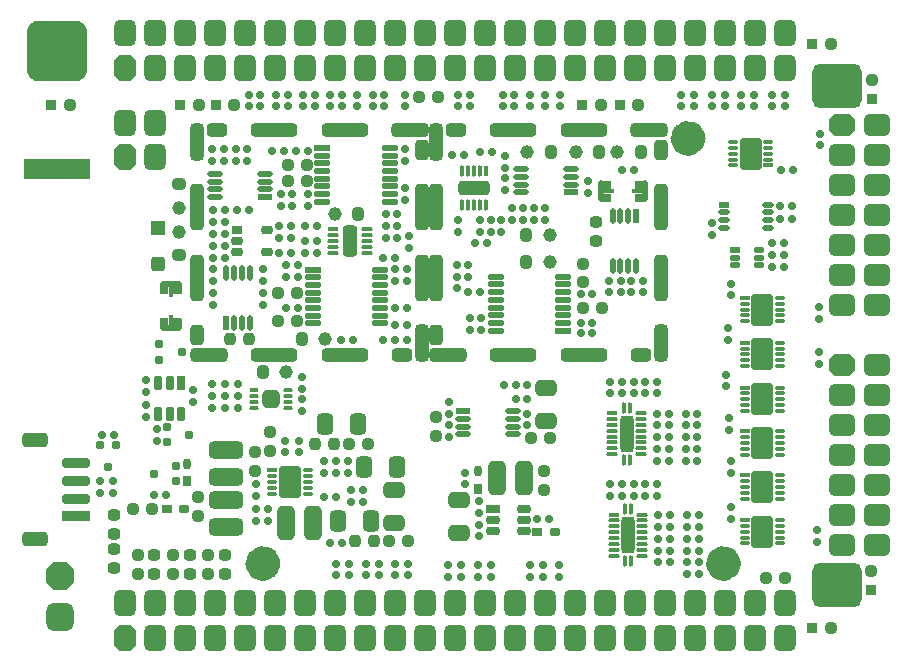
<source format=gbr>
%TF.GenerationSoftware,Altium Limited,Altium Designer,20.2.6 (244)*%
G04 Layer_Color=8388736*
%FSLAX45Y45*%
%MOMM*%
%TF.SameCoordinates,1A285BE7-DF3D-4214-9C7A-F78C9B27F18F*%
%TF.FilePolarity,Negative*%
%TF.FileFunction,Soldermask,Top*%
%TF.Part,Single*%
G01*
G75*
%TA.AperFunction,NonConductor*%
%ADD160R,5.70000X1.80000*%
%TA.AperFunction,ComponentPad*%
G04:AMPARAMS|DCode=161|XSize=1.85mm|YSize=2.25mm|CornerRadius=0.5mm|HoleSize=0mm|Usage=FLASHONLY|Rotation=0.000|XOffset=0mm|YOffset=0mm|HoleType=Round|Shape=RoundedRectangle|*
%AMROUNDEDRECTD161*
21,1,1.85000,1.25001,0,0,0.0*
21,1,0.85000,2.25000,0,0,0.0*
1,1,1.00000,0.42500,-0.62500*
1,1,1.00000,-0.42500,-0.62500*
1,1,1.00000,-0.42500,0.62500*
1,1,1.00000,0.42500,0.62500*
%
%ADD161ROUNDEDRECTD161*%
G04:AMPARAMS|DCode=162|XSize=1.85mm|YSize=2.25mm|CornerRadius=0mm|HoleSize=0mm|Usage=FLASHONLY|Rotation=0.000|XOffset=0mm|YOffset=0mm|HoleType=Round|Shape=Octagon|*
%AMOCTAGOND162*
4,1,8,-0.46250,1.12500,0.46250,1.12500,0.92500,0.66250,0.92500,-0.66250,0.46250,-1.12500,-0.46250,-1.12500,-0.92500,-0.66250,-0.92500,0.66250,-0.46250,1.12500,0.0*
%
%ADD162OCTAGOND162*%

G04:AMPARAMS|DCode=163|XSize=1.85mm|YSize=2.25mm|CornerRadius=0.5mm|HoleSize=0mm|Usage=FLASHONLY|Rotation=270.000|XOffset=0mm|YOffset=0mm|HoleType=Round|Shape=RoundedRectangle|*
%AMROUNDEDRECTD163*
21,1,1.85000,1.25001,0,0,270.0*
21,1,0.85000,2.25000,0,0,270.0*
1,1,1.00000,-0.62500,-0.42500*
1,1,1.00000,-0.62500,0.42500*
1,1,1.00000,0.62500,0.42500*
1,1,1.00000,0.62500,-0.42500*
%
%ADD163ROUNDEDRECTD163*%
G04:AMPARAMS|DCode=164|XSize=1.85mm|YSize=2.25mm|CornerRadius=0mm|HoleSize=0mm|Usage=FLASHONLY|Rotation=270.000|XOffset=0mm|YOffset=0mm|HoleType=Round|Shape=Octagon|*
%AMOCTAGOND164*
4,1,8,1.12500,0.46250,1.12500,-0.46250,0.66250,-0.92500,-0.66250,-0.92500,-1.12500,-0.46250,-1.12500,0.46250,-0.66250,0.92500,0.66250,0.92500,1.12500,0.46250,0.0*
%
%ADD164OCTAGOND164*%

G04:AMPARAMS|DCode=165|XSize=4.15mm|YSize=3.75mm|CornerRadius=0.615mm|HoleSize=0mm|Usage=FLASHONLY|Rotation=0.000|XOffset=0mm|YOffset=0mm|HoleType=Round|Shape=RoundedRectangle|*
%AMROUNDEDRECTD165*
21,1,4.15000,2.52000,0,0,0.0*
21,1,2.92000,3.75000,0,0,0.0*
1,1,1.23000,1.46000,-1.26000*
1,1,1.23000,-1.46000,-1.26000*
1,1,1.23000,-1.46000,1.26000*
1,1,1.23000,1.46000,1.26000*
%
%ADD165ROUNDEDRECTD165*%
G04:AMPARAMS|DCode=166|XSize=5.15mm|YSize=5.15mm|CornerRadius=1.075mm|HoleSize=0mm|Usage=FLASHONLY|Rotation=0.000|XOffset=0mm|YOffset=0mm|HoleType=Round|Shape=RoundedRectangle|*
%AMROUNDEDRECTD166*
21,1,5.15000,3.00000,0,0,0.0*
21,1,3.00000,5.15000,0,0,0.0*
1,1,2.15000,1.50000,-1.50000*
1,1,2.15000,-1.50000,-1.50000*
1,1,2.15000,-1.50000,1.50000*
1,1,2.15000,1.50000,1.50000*
%
%ADD166ROUNDEDRECTD166*%
G04:AMPARAMS|DCode=167|XSize=2.35mm|YSize=2.35mm|CornerRadius=0mm|HoleSize=0mm|Usage=FLASHONLY|Rotation=270.000|XOffset=0mm|YOffset=0mm|HoleType=Round|Shape=Octagon|*
%AMOCTAGOND167*
4,1,8,-0.58750,-1.17500,0.58750,-1.17500,1.17500,-0.58750,1.17500,0.58750,0.58750,1.17500,-0.58750,1.17500,-1.17500,0.58750,-1.17500,-0.58750,-0.58750,-1.17500,0.0*
%
%ADD167OCTAGOND167*%

G04:AMPARAMS|DCode=168|XSize=2.35mm|YSize=2.35mm|CornerRadius=0.625mm|HoleSize=0mm|Usage=FLASHONLY|Rotation=270.000|XOffset=0mm|YOffset=0mm|HoleType=Round|Shape=RoundedRectangle|*
%AMROUNDEDRECTD168*
21,1,2.35000,1.10000,0,0,270.0*
21,1,1.10000,2.35000,0,0,270.0*
1,1,1.25001,-0.55000,-0.55000*
1,1,1.25001,-0.55000,0.55000*
1,1,1.25001,0.55000,0.55000*
1,1,1.25001,0.55000,-0.55000*
%
%ADD168ROUNDEDRECTD168*%
%TA.AperFunction,NonConductor*%
%ADD203C,2.40000*%
%TA.AperFunction,SMDPad,CuDef*%
G04:AMPARAMS|DCode=204|XSize=0.75mm|YSize=1.15mm|CornerRadius=0.225mm|HoleSize=0mm|Usage=FLASHONLY|Rotation=90.000|XOffset=0mm|YOffset=0mm|HoleType=Round|Shape=RoundedRectangle|*
%AMROUNDEDRECTD204*
21,1,0.75000,0.70000,0,0,90.0*
21,1,0.30000,1.15000,0,0,90.0*
1,1,0.45000,0.35000,0.15000*
1,1,0.45000,0.35000,-0.15000*
1,1,0.45000,-0.35000,-0.15000*
1,1,0.45000,-0.35000,0.15000*
%
%ADD204ROUNDEDRECTD204*%
%ADD205R,1.15000X0.75000*%
G04:AMPARAMS|DCode=206|XSize=0.53mm|YSize=1.3mm|CornerRadius=0.17mm|HoleSize=0mm|Usage=FLASHONLY|Rotation=90.000|XOffset=0mm|YOffset=0mm|HoleType=Round|Shape=RoundedRectangle|*
%AMROUNDEDRECTD206*
21,1,0.53000,0.96000,0,0,90.0*
21,1,0.19000,1.30000,0,0,90.0*
1,1,0.34000,0.48000,0.09500*
1,1,0.34000,0.48000,-0.09500*
1,1,0.34000,-0.48000,-0.09500*
1,1,0.34000,-0.48000,0.09500*
%
%ADD206ROUNDEDRECTD206*%
%ADD207R,1.30000X0.53000*%
G04:AMPARAMS|DCode=208|XSize=0.53mm|YSize=1.35mm|CornerRadius=0.17mm|HoleSize=0mm|Usage=FLASHONLY|Rotation=90.000|XOffset=0mm|YOffset=0mm|HoleType=Round|Shape=RoundedRectangle|*
%AMROUNDEDRECTD208*
21,1,0.53000,1.01000,0,0,90.0*
21,1,0.19000,1.35000,0,0,90.0*
1,1,0.34000,0.50500,0.09500*
1,1,0.34000,0.50500,-0.09500*
1,1,0.34000,-0.50500,-0.09500*
1,1,0.34000,-0.50500,0.09500*
%
%ADD208ROUNDEDRECTD208*%
%ADD209R,1.35000X0.53000*%
%ADD210R,0.80000X0.40000*%
G04:AMPARAMS|DCode=211|XSize=0.4mm|YSize=0.8mm|CornerRadius=0.1375mm|HoleSize=0mm|Usage=FLASHONLY|Rotation=90.000|XOffset=0mm|YOffset=0mm|HoleType=Round|Shape=RoundedRectangle|*
%AMROUNDEDRECTD211*
21,1,0.40000,0.52500,0,0,90.0*
21,1,0.12500,0.80000,0,0,90.0*
1,1,0.27500,0.26250,0.06250*
1,1,0.27500,0.26250,-0.06250*
1,1,0.27500,-0.26250,-0.06250*
1,1,0.27500,-0.26250,0.06250*
%
%ADD211ROUNDEDRECTD211*%
G04:AMPARAMS|DCode=212|XSize=1.55mm|YSize=1.45mm|CornerRadius=0.4mm|HoleSize=0mm|Usage=FLASHONLY|Rotation=90.000|XOffset=0mm|YOffset=0mm|HoleType=Round|Shape=RoundedRectangle|*
%AMROUNDEDRECTD212*
21,1,1.55000,0.65000,0,0,90.0*
21,1,0.75000,1.45000,0,0,90.0*
1,1,0.80000,0.32500,0.37500*
1,1,0.80000,0.32500,-0.37500*
1,1,0.80000,-0.32500,-0.37500*
1,1,0.80000,-0.32500,0.37500*
%
%ADD212ROUNDEDRECTD212*%
G04:AMPARAMS|DCode=213|XSize=2.7mm|YSize=1.25mm|CornerRadius=0.35mm|HoleSize=0mm|Usage=FLASHONLY|Rotation=90.000|XOffset=0mm|YOffset=0mm|HoleType=Round|Shape=RoundedRectangle|*
%AMROUNDEDRECTD213*
21,1,2.70000,0.55000,0,0,90.0*
21,1,2.00000,1.25000,0,0,90.0*
1,1,0.70000,0.27500,1.00000*
1,1,0.70000,0.27500,-1.00000*
1,1,0.70000,-0.27500,-1.00000*
1,1,0.70000,-0.27500,1.00000*
%
%ADD213ROUNDEDRECTD213*%
G04:AMPARAMS|DCode=214|XSize=0.4mm|YSize=0.95mm|CornerRadius=0.1375mm|HoleSize=0mm|Usage=FLASHONLY|Rotation=90.000|XOffset=0mm|YOffset=0mm|HoleType=Round|Shape=RoundedRectangle|*
%AMROUNDEDRECTD214*
21,1,0.40000,0.67500,0,0,90.0*
21,1,0.12500,0.95000,0,0,90.0*
1,1,0.27500,0.33750,0.06250*
1,1,0.27500,0.33750,-0.06250*
1,1,0.27500,-0.33750,-0.06250*
1,1,0.27500,-0.33750,0.06250*
%
%ADD214ROUNDEDRECTD214*%
%ADD215R,0.95000X0.40000*%
G04:AMPARAMS|DCode=216|XSize=0.75mm|YSize=1.15mm|CornerRadius=0.225mm|HoleSize=0mm|Usage=FLASHONLY|Rotation=0.000|XOffset=0mm|YOffset=0mm|HoleType=Round|Shape=RoundedRectangle|*
%AMROUNDEDRECTD216*
21,1,0.75000,0.70000,0,0,0.0*
21,1,0.30000,1.15000,0,0,0.0*
1,1,0.45000,0.15000,-0.35000*
1,1,0.45000,-0.15000,-0.35000*
1,1,0.45000,-0.15000,0.35000*
1,1,0.45000,0.15000,0.35000*
%
%ADD216ROUNDEDRECTD216*%
%ADD217R,0.75000X1.15000*%
G04:AMPARAMS|DCode=218|XSize=0.75mm|YSize=0.95mm|CornerRadius=0.225mm|HoleSize=0mm|Usage=FLASHONLY|Rotation=90.000|XOffset=0mm|YOffset=0mm|HoleType=Round|Shape=RoundedRectangle|*
%AMROUNDEDRECTD218*
21,1,0.75000,0.50000,0,0,90.0*
21,1,0.30000,0.95000,0,0,90.0*
1,1,0.45000,0.25000,0.15000*
1,1,0.45000,0.25000,-0.15000*
1,1,0.45000,-0.25000,-0.15000*
1,1,0.45000,-0.25000,0.15000*
%
%ADD218ROUNDEDRECTD218*%
%ADD219R,0.95000X0.75000*%
G04:AMPARAMS|DCode=220|XSize=0.53mm|YSize=1.3mm|CornerRadius=0.17mm|HoleSize=0mm|Usage=FLASHONLY|Rotation=180.000|XOffset=0mm|YOffset=0mm|HoleType=Round|Shape=RoundedRectangle|*
%AMROUNDEDRECTD220*
21,1,0.53000,0.96000,0,0,180.0*
21,1,0.19000,1.30000,0,0,180.0*
1,1,0.34000,-0.09500,0.48000*
1,1,0.34000,0.09500,0.48000*
1,1,0.34000,0.09500,-0.48000*
1,1,0.34000,-0.09500,-0.48000*
%
%ADD220ROUNDEDRECTD220*%
%ADD221R,0.53000X1.30000*%
G04:AMPARAMS|DCode=222|XSize=0.4mm|YSize=0.85mm|CornerRadius=0.1375mm|HoleSize=0mm|Usage=FLASHONLY|Rotation=90.000|XOffset=0mm|YOffset=0mm|HoleType=Round|Shape=RoundedRectangle|*
%AMROUNDEDRECTD222*
21,1,0.40000,0.57500,0,0,90.0*
21,1,0.12500,0.85000,0,0,90.0*
1,1,0.27500,0.28750,0.06250*
1,1,0.27500,0.28750,-0.06250*
1,1,0.27500,-0.28750,-0.06250*
1,1,0.27500,-0.28750,0.06250*
%
%ADD222ROUNDEDRECTD222*%
%ADD223R,0.85000X0.40000*%
G04:AMPARAMS|DCode=224|XSize=2.65mm|YSize=1.87mm|CornerRadius=0.247mm|HoleSize=0mm|Usage=FLASHONLY|Rotation=90.000|XOffset=0mm|YOffset=0mm|HoleType=Round|Shape=RoundedRectangle|*
%AMROUNDEDRECTD224*
21,1,2.65000,1.37600,0,0,90.0*
21,1,2.15600,1.87000,0,0,90.0*
1,1,0.49400,0.68800,1.07800*
1,1,0.49400,0.68800,-1.07800*
1,1,0.49400,-0.68800,-1.07800*
1,1,0.49400,-0.68800,1.07800*
%
%ADD224ROUNDEDRECTD224*%
%ADD225R,0.95000X0.52000*%
G04:AMPARAMS|DCode=226|XSize=0.52mm|YSize=0.95mm|CornerRadius=0.1675mm|HoleSize=0mm|Usage=FLASHONLY|Rotation=90.000|XOffset=0mm|YOffset=0mm|HoleType=Round|Shape=RoundedRectangle|*
%AMROUNDEDRECTD226*
21,1,0.52000,0.61500,0,0,90.0*
21,1,0.18500,0.95000,0,0,90.0*
1,1,0.33500,0.30750,0.09250*
1,1,0.33500,0.30750,-0.09250*
1,1,0.33500,-0.30750,-0.09250*
1,1,0.33500,-0.30750,0.09250*
%
%ADD226ROUNDEDRECTD226*%
G04:AMPARAMS|DCode=227|XSize=0.53mm|YSize=0.85mm|CornerRadius=0.17mm|HoleSize=0mm|Usage=FLASHONLY|Rotation=90.000|XOffset=0mm|YOffset=0mm|HoleType=Round|Shape=RoundedRectangle|*
%AMROUNDEDRECTD227*
21,1,0.53000,0.51000,0,0,90.0*
21,1,0.19000,0.85000,0,0,90.0*
1,1,0.34000,0.25500,0.09500*
1,1,0.34000,0.25500,-0.09500*
1,1,0.34000,-0.25500,-0.09500*
1,1,0.34000,-0.25500,0.09500*
%
%ADD227ROUNDEDRECTD227*%
%ADD228R,0.85000X0.53000*%
G04:AMPARAMS|DCode=229|XSize=0.4mm|YSize=0.95mm|CornerRadius=0.1375mm|HoleSize=0mm|Usage=FLASHONLY|Rotation=0.000|XOffset=0mm|YOffset=0mm|HoleType=Round|Shape=RoundedRectangle|*
%AMROUNDEDRECTD229*
21,1,0.40000,0.67500,0,0,0.0*
21,1,0.12500,0.95000,0,0,0.0*
1,1,0.27500,0.06250,-0.33750*
1,1,0.27500,-0.06250,-0.33750*
1,1,0.27500,-0.06250,0.33750*
1,1,0.27500,0.06250,0.33750*
%
%ADD229ROUNDEDRECTD229*%
G04:AMPARAMS|DCode=230|XSize=1.15mm|YSize=3.13mm|CornerRadius=0.325mm|HoleSize=0mm|Usage=FLASHONLY|Rotation=0.000|XOffset=0mm|YOffset=0mm|HoleType=Round|Shape=RoundedRectangle|*
%AMROUNDEDRECTD230*
21,1,1.15000,2.48000,0,0,0.0*
21,1,0.50000,3.13000,0,0,0.0*
1,1,0.65000,0.25000,-1.24000*
1,1,0.65000,-0.25000,-1.24000*
1,1,0.65000,-0.25000,1.24000*
1,1,0.65000,0.25000,1.24000*
%
%ADD230ROUNDEDRECTD230*%
G04:AMPARAMS|DCode=231|XSize=2.7mm|YSize=1.25mm|CornerRadius=0.35mm|HoleSize=0mm|Usage=FLASHONLY|Rotation=0.000|XOffset=0mm|YOffset=0mm|HoleType=Round|Shape=RoundedRectangle|*
%AMROUNDEDRECTD231*
21,1,2.70000,0.55000,0,0,0.0*
21,1,2.00000,1.25000,0,0,0.0*
1,1,0.70000,1.00000,-0.27500*
1,1,0.70000,-1.00000,-0.27500*
1,1,0.70000,-1.00000,0.27500*
1,1,0.70000,1.00000,0.27500*
%
%ADD231ROUNDEDRECTD231*%
%ADD232R,0.40000X0.95000*%
G04:AMPARAMS|DCode=233|XSize=0.95mm|YSize=1.15mm|CornerRadius=0.275mm|HoleSize=0mm|Usage=FLASHONLY|Rotation=180.000|XOffset=0mm|YOffset=0mm|HoleType=Round|Shape=RoundedRectangle|*
%AMROUNDEDRECTD233*
21,1,0.95000,0.60000,0,0,180.0*
21,1,0.40000,1.15000,0,0,180.0*
1,1,0.55000,-0.20000,0.30000*
1,1,0.55000,0.20000,0.30000*
1,1,0.55000,0.20000,-0.30000*
1,1,0.55000,-0.20000,-0.30000*
%
%ADD233ROUNDEDRECTD233*%
%ADD234C,1.15000*%
G04:AMPARAMS|DCode=235|XSize=0.95mm|YSize=1.15mm|CornerRadius=0.275mm|HoleSize=0mm|Usage=FLASHONLY|Rotation=90.000|XOffset=0mm|YOffset=0mm|HoleType=Round|Shape=RoundedRectangle|*
%AMROUNDEDRECTD235*
21,1,0.95000,0.60000,0,0,90.0*
21,1,0.40000,1.15000,0,0,90.0*
1,1,0.55000,0.30000,0.20000*
1,1,0.55000,0.30000,-0.20000*
1,1,0.55000,-0.30000,-0.20000*
1,1,0.55000,-0.30000,0.20000*
%
%ADD235ROUNDEDRECTD235*%
G04:AMPARAMS|DCode=236|XSize=0.65mm|YSize=0.75mm|CornerRadius=0.2mm|HoleSize=0mm|Usage=FLASHONLY|Rotation=270.000|XOffset=0mm|YOffset=0mm|HoleType=Round|Shape=RoundedRectangle|*
%AMROUNDEDRECTD236*
21,1,0.65000,0.35000,0,0,270.0*
21,1,0.25000,0.75000,0,0,270.0*
1,1,0.40000,-0.17500,-0.12500*
1,1,0.40000,-0.17500,0.12500*
1,1,0.40000,0.17500,0.12500*
1,1,0.40000,0.17500,-0.12500*
%
%ADD236ROUNDEDRECTD236*%
G04:AMPARAMS|DCode=237|XSize=0.65mm|YSize=0.75mm|CornerRadius=0.2mm|HoleSize=0mm|Usage=FLASHONLY|Rotation=0.000|XOffset=0mm|YOffset=0mm|HoleType=Round|Shape=RoundedRectangle|*
%AMROUNDEDRECTD237*
21,1,0.65000,0.35000,0,0,0.0*
21,1,0.25000,0.75000,0,0,0.0*
1,1,0.40000,0.12500,-0.17500*
1,1,0.40000,-0.12500,-0.17500*
1,1,0.40000,-0.12500,0.17500*
1,1,0.40000,0.12500,0.17500*
%
%ADD237ROUNDEDRECTD237*%
G04:AMPARAMS|DCode=238|XSize=0.65mm|YSize=0.65mm|CornerRadius=0.2mm|HoleSize=0mm|Usage=FLASHONLY|Rotation=180.000|XOffset=0mm|YOffset=0mm|HoleType=Round|Shape=RoundedRectangle|*
%AMROUNDEDRECTD238*
21,1,0.65000,0.25000,0,0,180.0*
21,1,0.25000,0.65000,0,0,180.0*
1,1,0.40000,-0.12500,0.12500*
1,1,0.40000,0.12500,0.12500*
1,1,0.40000,0.12500,-0.12500*
1,1,0.40000,-0.12500,-0.12500*
%
%ADD238ROUNDEDRECTD238*%
G04:AMPARAMS|DCode=239|XSize=0.65mm|YSize=0.65mm|CornerRadius=0.2mm|HoleSize=0mm|Usage=FLASHONLY|Rotation=90.000|XOffset=0mm|YOffset=0mm|HoleType=Round|Shape=RoundedRectangle|*
%AMROUNDEDRECTD239*
21,1,0.65000,0.25000,0,0,90.0*
21,1,0.25000,0.65000,0,0,90.0*
1,1,0.40000,0.12500,0.12500*
1,1,0.40000,0.12500,-0.12500*
1,1,0.40000,-0.12500,-0.12500*
1,1,0.40000,-0.12500,0.12500*
%
%ADD239ROUNDEDRECTD239*%
G04:AMPARAMS|DCode=240|XSize=1.05mm|YSize=0.95mm|CornerRadius=0.275mm|HoleSize=0mm|Usage=FLASHONLY|Rotation=270.000|XOffset=0mm|YOffset=0mm|HoleType=Round|Shape=RoundedRectangle|*
%AMROUNDEDRECTD240*
21,1,1.05000,0.40000,0,0,270.0*
21,1,0.50000,0.95000,0,0,270.0*
1,1,0.55000,-0.20000,-0.25000*
1,1,0.55000,-0.20000,0.25000*
1,1,0.55000,0.20000,0.25000*
1,1,0.55000,0.20000,-0.25000*
%
%ADD240ROUNDEDRECTD240*%
G04:AMPARAMS|DCode=241|XSize=1.05mm|YSize=0.95mm|CornerRadius=0.275mm|HoleSize=0mm|Usage=FLASHONLY|Rotation=0.000|XOffset=0mm|YOffset=0mm|HoleType=Round|Shape=RoundedRectangle|*
%AMROUNDEDRECTD241*
21,1,1.05000,0.40000,0,0,0.0*
21,1,0.50000,0.95000,0,0,0.0*
1,1,0.55000,0.25000,-0.20000*
1,1,0.55000,-0.25000,-0.20000*
1,1,0.55000,-0.25000,0.20000*
1,1,0.55000,0.25000,0.20000*
%
%ADD241ROUNDEDRECTD241*%
%ADD242O,1.85000X0.45000*%
%ADD243R,0.39000X0.85000*%
%ADD244O,0.45000X1.85000*%
%ADD245R,0.85000X0.39000*%
%ADD246R,2.35000X0.85000*%
G04:AMPARAMS|DCode=247|XSize=2.35mm|YSize=0.85mm|CornerRadius=0.25mm|HoleSize=0mm|Usage=FLASHONLY|Rotation=180.000|XOffset=0mm|YOffset=0mm|HoleType=Round|Shape=RoundedRectangle|*
%AMROUNDEDRECTD247*
21,1,2.35000,0.35000,0,0,180.0*
21,1,1.85000,0.85000,0,0,180.0*
1,1,0.50000,-0.92500,0.17500*
1,1,0.50000,0.92500,0.17500*
1,1,0.50000,0.92500,-0.17500*
1,1,0.50000,-0.92500,-0.17500*
%
%ADD247ROUNDEDRECTD247*%
G04:AMPARAMS|DCode=248|XSize=2.15mm|YSize=1.25mm|CornerRadius=0.35mm|HoleSize=0mm|Usage=FLASHONLY|Rotation=180.000|XOffset=0mm|YOffset=0mm|HoleType=Round|Shape=RoundedRectangle|*
%AMROUNDEDRECTD248*
21,1,2.15000,0.55000,0,0,180.0*
21,1,1.45000,1.25000,0,0,180.0*
1,1,0.70000,-0.72500,0.27500*
1,1,0.70000,0.72500,0.27500*
1,1,0.70000,0.72500,-0.27500*
1,1,0.70000,-0.72500,-0.27500*
%
%ADD248ROUNDEDRECTD248*%
G04:AMPARAMS|DCode=249|XSize=1.75mm|YSize=1.15mm|CornerRadius=0.325mm|HoleSize=0mm|Usage=FLASHONLY|Rotation=270.000|XOffset=0mm|YOffset=0mm|HoleType=Round|Shape=RoundedRectangle|*
%AMROUNDEDRECTD249*
21,1,1.75000,0.50000,0,0,270.0*
21,1,1.10000,1.15000,0,0,270.0*
1,1,0.65000,-0.25000,-0.55000*
1,1,0.65000,-0.25000,0.55000*
1,1,0.65000,0.25000,0.55000*
1,1,0.65000,0.25000,-0.55000*
%
%ADD249ROUNDEDRECTD249*%
G04:AMPARAMS|DCode=250|XSize=3.95mm|YSize=1.15mm|CornerRadius=0.325mm|HoleSize=0mm|Usage=FLASHONLY|Rotation=180.000|XOffset=0mm|YOffset=0mm|HoleType=Round|Shape=RoundedRectangle|*
%AMROUNDEDRECTD250*
21,1,3.95000,0.50000,0,0,180.0*
21,1,3.30000,1.15000,0,0,180.0*
1,1,0.65000,-1.65000,0.25000*
1,1,0.65000,1.65000,0.25000*
1,1,0.65000,1.65000,-0.25000*
1,1,0.65000,-1.65000,-0.25000*
%
%ADD250ROUNDEDRECTD250*%
G04:AMPARAMS|DCode=251|XSize=3.15mm|YSize=1.15mm|CornerRadius=0.325mm|HoleSize=0mm|Usage=FLASHONLY|Rotation=180.000|XOffset=0mm|YOffset=0mm|HoleType=Round|Shape=RoundedRectangle|*
%AMROUNDEDRECTD251*
21,1,3.15000,0.50000,0,0,180.0*
21,1,2.50000,1.15000,0,0,180.0*
1,1,0.65000,-1.25000,0.25000*
1,1,0.65000,1.25000,0.25000*
1,1,0.65000,1.25000,-0.25000*
1,1,0.65000,-1.25000,-0.25000*
%
%ADD251ROUNDEDRECTD251*%
G04:AMPARAMS|DCode=252|XSize=1.75mm|YSize=1.15mm|CornerRadius=0.325mm|HoleSize=0mm|Usage=FLASHONLY|Rotation=0.000|XOffset=0mm|YOffset=0mm|HoleType=Round|Shape=RoundedRectangle|*
%AMROUNDEDRECTD252*
21,1,1.75000,0.50000,0,0,0.0*
21,1,1.10000,1.15000,0,0,0.0*
1,1,0.65000,0.55000,-0.25000*
1,1,0.65000,-0.55000,-0.25000*
1,1,0.65000,-0.55000,0.25000*
1,1,0.65000,0.55000,0.25000*
%
%ADD252ROUNDEDRECTD252*%
G04:AMPARAMS|DCode=253|XSize=3.95mm|YSize=1.15mm|CornerRadius=0.325mm|HoleSize=0mm|Usage=FLASHONLY|Rotation=270.000|XOffset=0mm|YOffset=0mm|HoleType=Round|Shape=RoundedRectangle|*
%AMROUNDEDRECTD253*
21,1,3.95000,0.50000,0,0,270.0*
21,1,3.30000,1.15000,0,0,270.0*
1,1,0.65000,-0.25000,-1.65000*
1,1,0.65000,-0.25000,1.65000*
1,1,0.65000,0.25000,1.65000*
1,1,0.65000,0.25000,-1.65000*
%
%ADD253ROUNDEDRECTD253*%
G04:AMPARAMS|DCode=254|XSize=3.15mm|YSize=1.15mm|CornerRadius=0.325mm|HoleSize=0mm|Usage=FLASHONLY|Rotation=270.000|XOffset=0mm|YOffset=0mm|HoleType=Round|Shape=RoundedRectangle|*
%AMROUNDEDRECTD254*
21,1,3.15000,0.50000,0,0,270.0*
21,1,2.50000,1.15000,0,0,270.0*
1,1,0.65000,-0.25000,-1.25000*
1,1,0.65000,-0.25000,1.25000*
1,1,0.65000,0.25000,1.25000*
1,1,0.65000,0.25000,-1.25000*
%
%ADD254ROUNDEDRECTD254*%
G04:AMPARAMS|DCode=255|XSize=2.95mm|YSize=1.45mm|CornerRadius=0.4mm|HoleSize=0mm|Usage=FLASHONLY|Rotation=90.000|XOffset=0mm|YOffset=0mm|HoleType=Round|Shape=RoundedRectangle|*
%AMROUNDEDRECTD255*
21,1,2.95000,0.65000,0,0,90.0*
21,1,2.15000,1.45000,0,0,90.0*
1,1,0.80000,0.32500,1.07500*
1,1,0.80000,0.32500,-1.07500*
1,1,0.80000,-0.32500,-1.07500*
1,1,0.80000,-0.32500,1.07500*
%
%ADD255ROUNDEDRECTD255*%
G04:AMPARAMS|DCode=256|XSize=2.95mm|YSize=1.45mm|CornerRadius=0.4mm|HoleSize=0mm|Usage=FLASHONLY|Rotation=0.000|XOffset=0mm|YOffset=0mm|HoleType=Round|Shape=RoundedRectangle|*
%AMROUNDEDRECTD256*
21,1,2.95000,0.65000,0,0,0.0*
21,1,2.15000,1.45000,0,0,0.0*
1,1,0.80000,1.07500,-0.32500*
1,1,0.80000,-1.07500,-0.32500*
1,1,0.80000,-1.07500,0.32500*
1,1,0.80000,1.07500,0.32500*
%
%ADD256ROUNDEDRECTD256*%
G04:AMPARAMS|DCode=257|XSize=0.65mm|YSize=0.85mm|CornerRadius=0.2mm|HoleSize=0mm|Usage=FLASHONLY|Rotation=180.000|XOffset=0mm|YOffset=0mm|HoleType=Round|Shape=RoundedRectangle|*
%AMROUNDEDRECTD257*
21,1,0.65000,0.45000,0,0,180.0*
21,1,0.25000,0.85000,0,0,180.0*
1,1,0.40000,-0.12500,0.22500*
1,1,0.40000,0.12500,0.22500*
1,1,0.40000,0.12500,-0.22500*
1,1,0.40000,-0.12500,-0.22500*
%
%ADD257ROUNDEDRECTD257*%
%ADD258R,0.65000X0.85000*%
G04:AMPARAMS|DCode=259|XSize=0.65mm|YSize=0.85mm|CornerRadius=0.2mm|HoleSize=0mm|Usage=FLASHONLY|Rotation=90.000|XOffset=0mm|YOffset=0mm|HoleType=Round|Shape=RoundedRectangle|*
%AMROUNDEDRECTD259*
21,1,0.65000,0.45000,0,0,90.0*
21,1,0.25000,0.85000,0,0,90.0*
1,1,0.40000,0.22500,0.12500*
1,1,0.40000,0.22500,-0.12500*
1,1,0.40000,-0.22500,-0.12500*
1,1,0.40000,-0.22500,0.12500*
%
%ADD259ROUNDEDRECTD259*%
%ADD260R,0.85000X0.65000*%
G04:AMPARAMS|DCode=261|XSize=0.95mm|YSize=0.95mm|CornerRadius=0.275mm|HoleSize=0mm|Usage=FLASHONLY|Rotation=90.000|XOffset=0mm|YOffset=0mm|HoleType=Round|Shape=RoundedRectangle|*
%AMROUNDEDRECTD261*
21,1,0.95000,0.40000,0,0,90.0*
21,1,0.40000,0.95000,0,0,90.0*
1,1,0.55000,0.20000,0.20000*
1,1,0.55000,0.20000,-0.20000*
1,1,0.55000,-0.20000,-0.20000*
1,1,0.55000,-0.20000,0.20000*
%
%ADD261ROUNDEDRECTD261*%
%ADD262R,0.95000X0.95000*%
G04:AMPARAMS|DCode=263|XSize=1.25mm|YSize=1.25mm|CornerRadius=0.35mm|HoleSize=0mm|Usage=FLASHONLY|Rotation=0.000|XOffset=0mm|YOffset=0mm|HoleType=Round|Shape=RoundedRectangle|*
%AMROUNDEDRECTD263*
21,1,1.25000,0.55000,0,0,0.0*
21,1,0.55000,1.25000,0,0,0.0*
1,1,0.70000,0.27500,-0.27500*
1,1,0.70000,-0.27500,-0.27500*
1,1,0.70000,-0.27500,0.27500*
1,1,0.70000,0.27500,0.27500*
%
%ADD263ROUNDEDRECTD263*%
%ADD264R,1.25000X1.25000*%
G04:AMPARAMS|DCode=265|XSize=0.95mm|YSize=0.95mm|CornerRadius=0.275mm|HoleSize=0mm|Usage=FLASHONLY|Rotation=180.000|XOffset=0mm|YOffset=0mm|HoleType=Round|Shape=RoundedRectangle|*
%AMROUNDEDRECTD265*
21,1,0.95000,0.40000,0,0,180.0*
21,1,0.40000,0.95000,0,0,180.0*
1,1,0.55000,-0.20000,0.20000*
1,1,0.55000,0.20000,0.20000*
1,1,0.55000,0.20000,-0.20000*
1,1,0.55000,-0.20000,-0.20000*
%
%ADD265ROUNDEDRECTD265*%
%ADD266R,0.95000X0.95000*%
G04:AMPARAMS|DCode=267|XSize=1.8mm|YSize=1.4mm|CornerRadius=0.3875mm|HoleSize=0mm|Usage=FLASHONLY|Rotation=0.000|XOffset=0mm|YOffset=0mm|HoleType=Round|Shape=RoundedRectangle|*
%AMROUNDEDRECTD267*
21,1,1.80000,0.62500,0,0,0.0*
21,1,1.02500,1.40000,0,0,0.0*
1,1,0.77500,0.51250,-0.31250*
1,1,0.77500,-0.51250,-0.31250*
1,1,0.77500,-0.51250,0.31250*
1,1,0.77500,0.51250,0.31250*
%
%ADD267ROUNDEDRECTD267*%
G04:AMPARAMS|DCode=268|XSize=1.8mm|YSize=1.4mm|CornerRadius=0.3875mm|HoleSize=0mm|Usage=FLASHONLY|Rotation=270.000|XOffset=0mm|YOffset=0mm|HoleType=Round|Shape=RoundedRectangle|*
%AMROUNDEDRECTD268*
21,1,1.80000,0.62500,0,0,270.0*
21,1,1.02500,1.40000,0,0,270.0*
1,1,0.77500,-0.31250,-0.51250*
1,1,0.77500,-0.31250,0.51250*
1,1,0.77500,0.31250,0.51250*
1,1,0.77500,0.31250,-0.51250*
%
%ADD268ROUNDEDRECTD268*%
G36*
X2506177Y2877430D02*
X2507325Y2877155D01*
X2508416Y2876703D01*
X2509422Y2876086D01*
X2510320Y2875320D01*
X2511086Y2874422D01*
X2511703Y2873415D01*
X2512155Y2872325D01*
X2512431Y2871177D01*
X2512523Y2870000D01*
Y2795000D01*
X2512431Y2793823D01*
X2512155Y2792675D01*
X2511703Y2791584D01*
X2511086Y2790578D01*
X2510320Y2789680D01*
X2509422Y2788914D01*
X2508416Y2788297D01*
X2507325Y2787845D01*
X2506177Y2787569D01*
X2505000Y2787477D01*
X2335000D01*
X2333823Y2787569D01*
X2332675Y2787845D01*
X2331584Y2788297D01*
X2330578Y2788914D01*
X2329680Y2789680D01*
X2328914Y2790578D01*
X2328297Y2791584D01*
X2327845Y2792675D01*
X2327569Y2793823D01*
X2327477Y2795000D01*
Y2870000D01*
X2327569Y2871177D01*
X2327845Y2872325D01*
X2328297Y2873415D01*
X2328914Y2874422D01*
X2329680Y2875320D01*
X2330578Y2876086D01*
X2331584Y2876703D01*
X2332675Y2877155D01*
X2333823Y2877430D01*
X2335000Y2877523D01*
X2392511D01*
X2393688Y2877430D01*
X2394836Y2877155D01*
X2395927Y2876703D01*
X2396933Y2876086D01*
X2397831Y2875320D01*
X2398597Y2874422D01*
X2399214Y2873415D01*
X2399666Y2872325D01*
X2399942Y2871177D01*
X2400034Y2870000D01*
Y2817510D01*
X2440023D01*
Y2870000D01*
X2440115Y2871177D01*
X2440391Y2872325D01*
X2440842Y2873415D01*
X2441459Y2874422D01*
X2442226Y2875320D01*
X2443124Y2876086D01*
X2444130Y2876703D01*
X2445221Y2877155D01*
X2446369Y2877430D01*
X2447546Y2877523D01*
X2505000D01*
X2506177Y2877430D01*
D02*
G37*
G36*
Y3172430D02*
X2507325Y3172155D01*
X2508416Y3171703D01*
X2509422Y3171086D01*
X2510320Y3170320D01*
X2511086Y3169422D01*
X2511703Y3168415D01*
X2512155Y3167325D01*
X2512431Y3166177D01*
X2512523Y3165000D01*
Y3090000D01*
X2512431Y3088823D01*
X2512155Y3087675D01*
X2511703Y3086584D01*
X2511086Y3085578D01*
X2510320Y3084680D01*
X2509422Y3083914D01*
X2508416Y3083297D01*
X2507325Y3082845D01*
X2506177Y3082569D01*
X2505000Y3082477D01*
X2447505Y3082477D01*
X2446328Y3082570D01*
X2445180Y3082845D01*
X2444089Y3083297D01*
X2443083Y3083914D01*
X2442185Y3084681D01*
X2441419Y3085578D01*
X2440802Y3086585D01*
X2440350Y3087676D01*
X2440074Y3088824D01*
X2439982Y3090000D01*
X2439981Y3142482D01*
X2400026Y3142482D01*
X2400026Y3090000D01*
X2399933Y3088823D01*
X2399658Y3087675D01*
X2399206Y3086585D01*
X2398589Y3085578D01*
X2397822Y3084680D01*
X2396925Y3083914D01*
X2395918Y3083297D01*
X2394828Y3082845D01*
X2393679Y3082570D01*
X2392503Y3082477D01*
X2335000Y3082477D01*
X2333823Y3082569D01*
X2332675Y3082845D01*
X2331584Y3083297D01*
X2330578Y3083914D01*
X2329680Y3084680D01*
X2328914Y3085578D01*
X2328297Y3086584D01*
X2327845Y3087675D01*
X2327569Y3088823D01*
X2327477Y3090000D01*
Y3165000D01*
X2327569Y3166177D01*
X2327845Y3167325D01*
X2328297Y3168415D01*
X2328914Y3169422D01*
X2329680Y3170320D01*
X2330578Y3171086D01*
X2331584Y3171703D01*
X2332675Y3172155D01*
X2333823Y3172430D01*
X2335000Y3172523D01*
X2505000D01*
X2506177Y3172430D01*
D02*
G37*
G36*
X6141177Y4042431D02*
X6142325Y4042155D01*
X6143415Y4041703D01*
X6144422Y4041086D01*
X6145320Y4040320D01*
X6146086Y4039422D01*
X6146703Y4038416D01*
X6147155Y4037325D01*
X6147430Y4036177D01*
X6147523Y4035000D01*
X6147523Y3977505D01*
X6147430Y3976328D01*
X6147154Y3975180D01*
X6146703Y3974089D01*
X6146086Y3973083D01*
X6145319Y3972185D01*
X6144422Y3971419D01*
X6143415Y3970802D01*
X6142324Y3970350D01*
X6141176Y3970074D01*
X6139999Y3969982D01*
X6087518Y3969981D01*
X6087518Y3930026D01*
X6140000Y3930026D01*
X6141176Y3929933D01*
X6142325Y3929658D01*
X6143415Y3929206D01*
X6144422Y3928589D01*
X6145319Y3927822D01*
X6146086Y3926925D01*
X6146703Y3925918D01*
X6147155Y3924828D01*
X6147430Y3923679D01*
X6147523Y3922503D01*
X6147523Y3865000D01*
X6147430Y3863823D01*
X6147155Y3862675D01*
X6146703Y3861584D01*
X6146086Y3860578D01*
X6145320Y3859680D01*
X6144422Y3858914D01*
X6143415Y3858297D01*
X6142325Y3857845D01*
X6141177Y3857569D01*
X6140000Y3857477D01*
X6065000D01*
X6063823Y3857569D01*
X6062675Y3857845D01*
X6061585Y3858297D01*
X6060578Y3858914D01*
X6059680Y3859680D01*
X6058914Y3860578D01*
X6058297Y3861584D01*
X6057845Y3862675D01*
X6057570Y3863823D01*
X6057477Y3865000D01*
Y4035000D01*
X6057570Y4036177D01*
X6057845Y4037325D01*
X6058297Y4038416D01*
X6058914Y4039422D01*
X6059680Y4040320D01*
X6060578Y4041086D01*
X6061585Y4041703D01*
X6062675Y4042155D01*
X6063823Y4042431D01*
X6065000Y4042523D01*
X6140000D01*
X6141177Y4042431D01*
D02*
G37*
G36*
X6436177D02*
X6437325Y4042155D01*
X6438415Y4041703D01*
X6439422Y4041086D01*
X6440320Y4040320D01*
X6441086Y4039422D01*
X6441703Y4038416D01*
X6442155Y4037325D01*
X6442430Y4036177D01*
X6442523Y4035000D01*
Y3865000D01*
X6442430Y3863823D01*
X6442155Y3862675D01*
X6441703Y3861584D01*
X6441086Y3860578D01*
X6440320Y3859680D01*
X6439422Y3858914D01*
X6438415Y3858297D01*
X6437325Y3857845D01*
X6436177Y3857569D01*
X6435000Y3857477D01*
X6360000D01*
X6358823Y3857569D01*
X6357675Y3857845D01*
X6356584Y3858297D01*
X6355578Y3858914D01*
X6354680Y3859680D01*
X6353914Y3860578D01*
X6353297Y3861584D01*
X6352845Y3862675D01*
X6352569Y3863823D01*
X6352477Y3865000D01*
Y3922511D01*
X6352569Y3923688D01*
X6352845Y3924836D01*
X6353297Y3925927D01*
X6353914Y3926933D01*
X6354680Y3927831D01*
X6355578Y3928597D01*
X6356584Y3929214D01*
X6357675Y3929666D01*
X6358823Y3929942D01*
X6360000Y3930034D01*
X6412490D01*
Y3970023D01*
X6360000D01*
X6358823Y3970115D01*
X6357675Y3970391D01*
X6356584Y3970842D01*
X6355578Y3971459D01*
X6354680Y3972226D01*
X6353914Y3973124D01*
X6353297Y3974130D01*
X6352845Y3975221D01*
X6352569Y3976369D01*
X6352477Y3977546D01*
Y4035000D01*
X6352569Y4036177D01*
X6352845Y4037325D01*
X6353297Y4038416D01*
X6353914Y4039422D01*
X6354680Y4040320D01*
X6355578Y4041086D01*
X6356584Y4041703D01*
X6357675Y4042155D01*
X6358823Y4042431D01*
X6360000Y4042523D01*
X6435000D01*
X6436177Y4042431D01*
D02*
G37*
D160*
X1455000Y4140000D02*
D03*
D161*
X7620000Y464500D02*
D03*
X7366000D02*
D03*
X7112000D02*
D03*
X6858000D02*
D03*
X6604000D02*
D03*
X6350000D02*
D03*
X6096000D02*
D03*
X5842000D02*
D03*
X5588000D02*
D03*
X5334000D02*
D03*
X5080000D02*
D03*
X4826000D02*
D03*
X4572000D02*
D03*
X4318000D02*
D03*
X4064000D02*
D03*
X3810000D02*
D03*
X3556000D02*
D03*
X3302000D02*
D03*
X3048000D02*
D03*
X2794000D02*
D03*
X2540000D02*
D03*
X2286000D02*
D03*
X2032000D02*
D03*
X7620000Y170500D02*
D03*
X7366000D02*
D03*
X7112000D02*
D03*
X6858000D02*
D03*
X6604000D02*
D03*
X6350000D02*
D03*
X6096000D02*
D03*
X5842000D02*
D03*
X5588000D02*
D03*
X5334000D02*
D03*
X5080000D02*
D03*
X4826000D02*
D03*
X4572000D02*
D03*
X4318000D02*
D03*
X4064000D02*
D03*
X3810000D02*
D03*
X3556000D02*
D03*
X3302000D02*
D03*
X3048000D02*
D03*
X2794000D02*
D03*
X2540000D02*
D03*
X2286000D02*
D03*
X7620000Y5290500D02*
D03*
X7366000D02*
D03*
X7112000D02*
D03*
X6858000D02*
D03*
X6604000D02*
D03*
X6350000D02*
D03*
X6096000D02*
D03*
X5842000D02*
D03*
X5588000D02*
D03*
X5334000D02*
D03*
X5080000D02*
D03*
X4826000D02*
D03*
X4572000D02*
D03*
X4318000D02*
D03*
X4064000D02*
D03*
X3810000D02*
D03*
X3556000D02*
D03*
X3302000D02*
D03*
X3048000D02*
D03*
X2794000D02*
D03*
X2540000D02*
D03*
X2286000D02*
D03*
X2032000D02*
D03*
X7620000Y4996500D02*
D03*
X7366000D02*
D03*
X7112000D02*
D03*
X6858000D02*
D03*
X6604000D02*
D03*
X6350000D02*
D03*
X6096000D02*
D03*
X5842000D02*
D03*
X5588000D02*
D03*
X5334000D02*
D03*
X5080000D02*
D03*
X4826000D02*
D03*
X4572000D02*
D03*
X4318000D02*
D03*
X4064000D02*
D03*
X3810000D02*
D03*
X3556000D02*
D03*
X3302000D02*
D03*
X3048000D02*
D03*
X2794000D02*
D03*
X2540000D02*
D03*
X2286000D02*
D03*
Y4238400D02*
D03*
Y4532400D02*
D03*
X2032000D02*
D03*
D162*
Y170500D02*
D03*
Y4996500D02*
D03*
Y4238400D02*
D03*
D163*
X8402000Y952800D02*
D03*
Y1206800D02*
D03*
Y1460800D02*
D03*
Y1714800D02*
D03*
Y1968800D02*
D03*
Y2222800D02*
D03*
Y2476800D02*
D03*
X8108000Y952800D02*
D03*
Y1206800D02*
D03*
Y1460800D02*
D03*
Y1714800D02*
D03*
Y1968800D02*
D03*
Y2222800D02*
D03*
X8402000Y2984800D02*
D03*
Y3238800D02*
D03*
Y3492800D02*
D03*
Y3746800D02*
D03*
Y4000800D02*
D03*
Y4254800D02*
D03*
Y4508800D02*
D03*
X8108000Y2984800D02*
D03*
Y3238800D02*
D03*
Y3492800D02*
D03*
Y3746800D02*
D03*
Y4000800D02*
D03*
Y4254800D02*
D03*
D164*
Y2476800D02*
D03*
Y4508800D02*
D03*
D165*
X8064500Y615000D02*
D03*
Y4846000D02*
D03*
D166*
X1460500Y5143500D02*
D03*
D167*
X1480000Y695000D02*
D03*
D168*
Y345000D02*
D03*
D203*
X6830000Y4400000D02*
G03*
X6830000Y4400000I-30000J0D01*
G01*
X3230000Y800000D02*
G03*
X3230000Y800000I-30000J0D01*
G01*
X7130000D02*
G03*
X7130000Y800000I-30000J0D01*
G01*
D204*
X5410000Y1265000D02*
D03*
Y1170000D02*
D03*
Y1075000D02*
D03*
X5150000D02*
D03*
Y1170000D02*
D03*
D205*
Y1265000D02*
D03*
D206*
X5322500Y1892500D02*
D03*
Y1957500D02*
D03*
Y2022500D02*
D03*
Y2087500D02*
D03*
X4897500Y1892500D02*
D03*
Y1957500D02*
D03*
Y2022500D02*
D03*
X2797500Y4097500D02*
D03*
Y4032500D02*
D03*
Y3967500D02*
D03*
Y3902500D02*
D03*
X3222500Y4097500D02*
D03*
Y4032500D02*
D03*
Y3967500D02*
D03*
X5387500Y4137500D02*
D03*
Y4072500D02*
D03*
Y4007500D02*
D03*
Y3942500D02*
D03*
X5812500Y4137500D02*
D03*
Y4072500D02*
D03*
Y4007500D02*
D03*
D207*
X4897500Y2087500D02*
D03*
X3222500Y3902500D02*
D03*
X5812500Y3942500D02*
D03*
D208*
X4275000Y3862500D02*
D03*
Y3927500D02*
D03*
Y3992500D02*
D03*
Y4057500D02*
D03*
Y4122500D02*
D03*
Y4187500D02*
D03*
Y4252500D02*
D03*
Y4317500D02*
D03*
X3705000Y3862500D02*
D03*
Y3927500D02*
D03*
Y3992500D02*
D03*
Y4057500D02*
D03*
Y4122500D02*
D03*
Y4187500D02*
D03*
Y4252500D02*
D03*
X4195000Y2832500D02*
D03*
Y2897500D02*
D03*
Y2962500D02*
D03*
Y3027500D02*
D03*
Y3092500D02*
D03*
Y3157500D02*
D03*
Y3222500D02*
D03*
Y3287500D02*
D03*
X3625000Y2832500D02*
D03*
Y2897500D02*
D03*
Y2962500D02*
D03*
Y3027500D02*
D03*
Y3092500D02*
D03*
Y3157500D02*
D03*
Y3222500D02*
D03*
X5175000Y3227500D02*
D03*
Y3162500D02*
D03*
Y3097500D02*
D03*
Y3032500D02*
D03*
Y2967500D02*
D03*
Y2902500D02*
D03*
Y2837500D02*
D03*
Y2772500D02*
D03*
X5745000Y3227500D02*
D03*
Y3162500D02*
D03*
Y3097500D02*
D03*
Y3032500D02*
D03*
Y2967500D02*
D03*
Y2902500D02*
D03*
Y2837500D02*
D03*
D209*
X3705000Y4317500D02*
D03*
X3625000Y3287500D02*
D03*
X5745000Y2772500D02*
D03*
D210*
X3124999Y2265000D02*
D03*
D211*
Y2215000D02*
D03*
Y2165000D02*
D03*
Y2115000D02*
D03*
X3414999Y2265000D02*
D03*
Y2215000D02*
D03*
Y2165000D02*
D03*
Y2115000D02*
D03*
D212*
X3269999Y2190000D02*
D03*
D213*
X3940000Y3530000D02*
D03*
D214*
X4085000Y3430000D02*
D03*
Y3480000D02*
D03*
Y3530000D02*
D03*
Y3580000D02*
D03*
Y3630000D02*
D03*
X3795000Y3430000D02*
D03*
Y3480000D02*
D03*
Y3530000D02*
D03*
Y3580000D02*
D03*
X6170000Y1165000D02*
D03*
Y1115000D02*
D03*
Y1065000D02*
D03*
Y1015000D02*
D03*
Y965000D02*
D03*
Y915000D02*
D03*
Y865000D02*
D03*
X6410000D02*
D03*
Y915000D02*
D03*
Y965000D02*
D03*
Y1015000D02*
D03*
Y1065000D02*
D03*
Y1115000D02*
D03*
Y1165000D02*
D03*
Y1215000D02*
D03*
X6160000Y2025000D02*
D03*
Y1975000D02*
D03*
Y1925000D02*
D03*
Y1875000D02*
D03*
Y1825000D02*
D03*
Y1775000D02*
D03*
Y1725000D02*
D03*
X6400000D02*
D03*
Y1775000D02*
D03*
Y1825000D02*
D03*
Y1875000D02*
D03*
Y1925000D02*
D03*
Y1975000D02*
D03*
Y2025000D02*
D03*
Y2075000D02*
D03*
D215*
X3795000Y3630000D02*
D03*
X6170000Y1215000D02*
D03*
X6160000Y2075000D02*
D03*
D216*
X2505000Y2070000D02*
D03*
X2410000D02*
D03*
X2315000D02*
D03*
Y2330000D02*
D03*
X2410000D02*
D03*
D217*
X2505000D02*
D03*
D218*
X3237500Y3625000D02*
D03*
Y3435000D02*
D03*
X2982500D02*
D03*
Y3530000D02*
D03*
D219*
Y3625000D02*
D03*
D220*
X3087500Y3262500D02*
D03*
X3022500D02*
D03*
X2957500D02*
D03*
X2892500D02*
D03*
X3087500Y2837500D02*
D03*
X3022500D02*
D03*
X2957500D02*
D03*
X6162500Y3317500D02*
D03*
X6227500D02*
D03*
X6292500D02*
D03*
X6357500D02*
D03*
X6162500Y3742500D02*
D03*
X6227500D02*
D03*
X6292500D02*
D03*
D221*
X2892500Y2837500D02*
D03*
X6357500Y3742500D02*
D03*
D222*
X3579999Y1390000D02*
D03*
Y1440000D02*
D03*
Y1490000D02*
D03*
Y1540000D02*
D03*
Y1590000D02*
D03*
X3280000Y1390000D02*
D03*
Y1440000D02*
D03*
Y1490000D02*
D03*
Y1540000D02*
D03*
X7580000Y2850000D02*
D03*
Y2900000D02*
D03*
Y2950000D02*
D03*
Y3000000D02*
D03*
Y3050000D02*
D03*
X7280000Y2850000D02*
D03*
Y2900000D02*
D03*
Y2950000D02*
D03*
Y3000000D02*
D03*
X7580000Y970000D02*
D03*
Y1020000D02*
D03*
Y1070000D02*
D03*
Y1120000D02*
D03*
Y1170000D02*
D03*
X7280000Y970000D02*
D03*
Y1020000D02*
D03*
Y1070000D02*
D03*
Y1120000D02*
D03*
X7580000Y1720000D02*
D03*
Y1770000D02*
D03*
Y1820000D02*
D03*
Y1870000D02*
D03*
Y1920000D02*
D03*
X7280000Y1720000D02*
D03*
Y1770000D02*
D03*
Y1820000D02*
D03*
Y1870000D02*
D03*
X7580000Y1350000D02*
D03*
Y1400000D02*
D03*
Y1450000D02*
D03*
Y1500000D02*
D03*
Y1550000D02*
D03*
X7280000Y1350000D02*
D03*
Y1400000D02*
D03*
Y1450000D02*
D03*
Y1500000D02*
D03*
X7580000Y2090000D02*
D03*
Y2140000D02*
D03*
Y2190000D02*
D03*
Y2240000D02*
D03*
Y2290000D02*
D03*
X7280000Y2090000D02*
D03*
Y2140000D02*
D03*
Y2190000D02*
D03*
Y2240000D02*
D03*
X7180000Y4370000D02*
D03*
Y4320000D02*
D03*
Y4270000D02*
D03*
Y4220000D02*
D03*
Y4170000D02*
D03*
X7480000Y4370000D02*
D03*
Y4320000D02*
D03*
Y4270000D02*
D03*
Y4220000D02*
D03*
X7580000Y2470000D02*
D03*
Y2520000D02*
D03*
Y2570000D02*
D03*
Y2620000D02*
D03*
Y2670000D02*
D03*
X7280000Y2470000D02*
D03*
Y2520000D02*
D03*
Y2570000D02*
D03*
Y2620000D02*
D03*
D223*
X3280000Y1590000D02*
D03*
X7280000Y3050000D02*
D03*
Y1170000D02*
D03*
Y1920000D02*
D03*
Y1550000D02*
D03*
Y2290000D02*
D03*
X7480000Y4170000D02*
D03*
X7280000Y2670000D02*
D03*
D224*
X3429999Y1490000D02*
D03*
X7430000Y2950000D02*
D03*
Y1070000D02*
D03*
Y1820000D02*
D03*
Y1450000D02*
D03*
Y2190000D02*
D03*
X7330000Y4270000D02*
D03*
X7430000Y2570000D02*
D03*
D225*
X7105000Y3837500D02*
D03*
D226*
Y3772500D02*
D03*
Y3707500D02*
D03*
Y3642500D02*
D03*
X7475000Y3837500D02*
D03*
Y3772500D02*
D03*
Y3707500D02*
D03*
Y3642500D02*
D03*
D227*
X7400000Y3455000D02*
D03*
Y3390000D02*
D03*
Y3325000D02*
D03*
X7200000D02*
D03*
Y3390000D02*
D03*
D228*
Y3455000D02*
D03*
D229*
X6265000Y820000D02*
D03*
X6315000D02*
D03*
Y1260000D02*
D03*
X6265000D02*
D03*
X6255000Y1680000D02*
D03*
X6305000D02*
D03*
Y2120000D02*
D03*
X6255000D02*
D03*
X4890000Y3835000D02*
D03*
X4940000D02*
D03*
X4990000D02*
D03*
X5040000D02*
D03*
X5090000D02*
D03*
X4890000Y4125000D02*
D03*
X4940000D02*
D03*
X4990000D02*
D03*
X5040000D02*
D03*
D230*
X6290000Y1040000D02*
D03*
X6280000Y1900000D02*
D03*
D231*
X4990000Y3980000D02*
D03*
D232*
X5090000Y4125000D02*
D03*
D233*
X3200000Y2420000D02*
D03*
X4010000Y3760000D02*
D03*
X3530000Y2700000D02*
D03*
X5430000Y3350000D02*
D03*
X6400000Y4280000D02*
D03*
X6050000D02*
D03*
X5430000Y3580000D02*
D03*
X5640000Y4280000D02*
D03*
D234*
X3400000Y2420000D02*
D03*
X3810000Y3760000D02*
D03*
X2490000Y3810000D02*
D03*
Y3610000D02*
D03*
X3730000Y2700000D02*
D03*
X5630000Y3350000D02*
D03*
X6200000Y4280000D02*
D03*
X5850000D02*
D03*
X5630000Y3580000D02*
D03*
X5440000Y4280000D02*
D03*
D235*
X2490000Y4010000D02*
D03*
Y3410000D02*
D03*
D236*
X2275000Y1560000D02*
D03*
X2465000Y1625000D02*
D03*
Y1495000D02*
D03*
X2575000Y1890000D02*
D03*
X2385000Y1825000D02*
D03*
Y1955000D02*
D03*
X2515000Y2590000D02*
D03*
X2325000Y2525000D02*
D03*
Y2655000D02*
D03*
D237*
X1890000Y1615000D02*
D03*
X1825000Y1805000D02*
D03*
X1955000D02*
D03*
D238*
X5020000Y790000D02*
D03*
Y690000D02*
D03*
X4950000Y4670000D02*
D03*
Y4770000D02*
D03*
X4880000Y790000D02*
D03*
Y690000D02*
D03*
X4070000Y800000D02*
D03*
Y700000D02*
D03*
X3930000Y700000D02*
D03*
Y800000D02*
D03*
X4000000Y4670000D02*
D03*
Y4770000D02*
D03*
X4130000Y4770000D02*
D03*
Y4670000D02*
D03*
X3640000Y4670000D02*
D03*
Y4770000D02*
D03*
X3770000Y4770000D02*
D03*
Y4670000D02*
D03*
X7510000Y4670000D02*
D03*
Y4770000D02*
D03*
X7620000Y4770000D02*
D03*
Y4670000D02*
D03*
X7250000Y4670000D02*
D03*
Y4770000D02*
D03*
X7360000Y4770000D02*
D03*
Y4670000D02*
D03*
X7000000Y4670000D02*
D03*
Y4770000D02*
D03*
X7110000Y4770000D02*
D03*
Y4670000D02*
D03*
X6740000Y4670000D02*
D03*
Y4770000D02*
D03*
X6850000Y4770000D02*
D03*
Y4670000D02*
D03*
X5590000Y4770000D02*
D03*
Y4670000D02*
D03*
X5330000Y4770000D02*
D03*
Y4670000D02*
D03*
X4850000Y4770000D02*
D03*
Y4670000D02*
D03*
X5570000Y690000D02*
D03*
Y790000D02*
D03*
X5460000Y790000D02*
D03*
Y690000D02*
D03*
X3920000Y1670000D02*
D03*
Y1570000D02*
D03*
X5250000Y4150000D02*
D03*
Y4250000D02*
D03*
X3949999Y1319999D02*
D03*
Y1419999D02*
D03*
X7000000Y3680001D02*
D03*
Y3580000D02*
D03*
X5230000Y4770000D02*
D03*
Y4670000D02*
D03*
X4180000Y700000D02*
D03*
Y800000D02*
D03*
X3820000Y700000D02*
D03*
Y800000D02*
D03*
X5130000Y690000D02*
D03*
Y790000D02*
D03*
X4770000Y690000D02*
D03*
Y790000D02*
D03*
X3870000Y4770000D02*
D03*
Y4670000D02*
D03*
X3540000Y4770000D02*
D03*
Y4670000D02*
D03*
X4230000Y4770000D02*
D03*
Y4670000D02*
D03*
X1930000Y1400000D02*
D03*
Y1500000D02*
D03*
X1820000Y1500000D02*
D03*
Y1400000D02*
D03*
X3410000Y4670000D02*
D03*
Y4770000D02*
D03*
X2210000Y2140000D02*
D03*
Y2040000D02*
D03*
X5030000Y1330000D02*
D03*
Y1230000D02*
D03*
X2210000Y2250000D02*
D03*
Y2350000D02*
D03*
X5030000Y1130000D02*
D03*
Y1030000D02*
D03*
X2300000Y1940000D02*
D03*
Y1840000D02*
D03*
X5710000Y790000D02*
D03*
Y690000D02*
D03*
X4400000Y3880000D02*
D03*
Y3980000D02*
D03*
X2870000Y4310000D02*
D03*
Y4210000D02*
D03*
X3450000Y3830000D02*
D03*
Y3930000D02*
D03*
X5720000Y4770000D02*
D03*
Y4670000D02*
D03*
X3180000Y4770000D02*
D03*
Y4670000D02*
D03*
X5460000Y4770000D02*
D03*
Y4670000D02*
D03*
X3080000Y4770000D02*
D03*
Y4670000D02*
D03*
X2769998Y2119998D02*
D03*
Y2219998D02*
D03*
Y2319998D02*
D03*
X3530000Y2089999D02*
D03*
Y2189999D02*
D03*
X4320000Y800000D02*
D03*
Y700000D02*
D03*
X4430000Y800000D02*
D03*
Y700000D02*
D03*
X3310000Y4770000D02*
D03*
Y4670000D02*
D03*
X2879999Y2120000D02*
D03*
Y2220000D02*
D03*
Y2320000D02*
D03*
X2990003Y2319998D02*
D03*
Y2219998D02*
D03*
Y2119998D02*
D03*
X4850000Y3610000D02*
D03*
Y3710000D02*
D03*
X6440000Y1370000D02*
D03*
Y1470000D02*
D03*
Y2240000D02*
D03*
Y2340000D02*
D03*
X4840000Y3130000D02*
D03*
Y3230000D02*
D03*
Y3330000D02*
D03*
X5500000Y3710000D02*
D03*
Y3810000D02*
D03*
X5590000Y3810000D02*
D03*
Y3710000D02*
D03*
X2610000Y2270000D02*
D03*
Y2170000D02*
D03*
X4910000Y1470000D02*
D03*
Y1570000D02*
D03*
X4780000Y2070000D02*
D03*
Y2170000D02*
D03*
X5440000Y1970001D02*
D03*
Y2070000D02*
D03*
X4780000Y1870000D02*
D03*
Y1970000D02*
D03*
X2780000Y3090000D02*
D03*
Y2990000D02*
D03*
Y3190000D02*
D03*
Y3290000D02*
D03*
X4400000Y4670000D02*
D03*
Y4770000D02*
D03*
Y4310000D02*
D03*
Y4210000D02*
D03*
X3580000Y3930000D02*
D03*
Y3830000D02*
D03*
X2770000Y4210000D02*
D03*
Y4310000D02*
D03*
X3350000Y3830000D02*
D03*
Y3930000D02*
D03*
X3530000Y2280000D02*
D03*
Y2380000D02*
D03*
X7890000Y1080000D02*
D03*
Y980000D02*
D03*
X4440000Y3470000D02*
D03*
Y3570000D02*
D03*
X7910000Y2590000D02*
D03*
Y2490000D02*
D03*
X7920000Y4440000D02*
D03*
Y4340000D02*
D03*
X3200000Y3090000D02*
D03*
Y2990000D02*
D03*
Y3190000D02*
D03*
Y3290000D02*
D03*
X6540000Y1470000D02*
D03*
Y1370000D02*
D03*
X6540000Y2340000D02*
D03*
Y2240000D02*
D03*
X7910000Y2870000D02*
D03*
Y2970000D02*
D03*
X3510000Y1840000D02*
D03*
Y1740000D02*
D03*
X3390000Y1840000D02*
D03*
Y1740000D02*
D03*
X3140000Y1470000D02*
D03*
Y1370000D02*
D03*
X4050000Y1320000D02*
D03*
Y1419999D02*
D03*
X4940000Y3230000D02*
D03*
Y3330000D02*
D03*
X7160000Y1570000D02*
D03*
Y1670000D02*
D03*
Y1180000D02*
D03*
Y1280000D02*
D03*
X7120000Y2300000D02*
D03*
Y2400000D02*
D03*
X7150000Y1930000D02*
D03*
Y2030000D02*
D03*
X7140000Y2690000D02*
D03*
Y2790000D02*
D03*
X7160000Y3070000D02*
D03*
Y3170000D02*
D03*
X6340000Y1370000D02*
D03*
Y1470000D02*
D03*
X6340000Y2240000D02*
D03*
Y2340000D02*
D03*
X4950000Y2780000D02*
D03*
Y2880000D02*
D03*
X5050000Y2780000D02*
D03*
Y2880000D02*
D03*
X5950000Y4040000D02*
D03*
Y3940000D02*
D03*
X5310000Y3810000D02*
D03*
Y3710000D02*
D03*
X5400000Y3810000D02*
D03*
Y3710000D02*
D03*
X5220000Y3710000D02*
D03*
Y3610000D02*
D03*
X5130000D02*
D03*
Y3710000D02*
D03*
X5040000D02*
D03*
Y3610000D02*
D03*
X5250000Y4060000D02*
D03*
Y3960000D02*
D03*
D239*
X6880000Y1670000D02*
D03*
X6780000D02*
D03*
X6640000D02*
D03*
X6540000D02*
D03*
X5140000Y4280000D02*
D03*
X5040000D02*
D03*
X3719999Y1670000D02*
D03*
X3819999D02*
D03*
X3820000Y1570000D02*
D03*
X3720000D02*
D03*
X7580000Y3720000D02*
D03*
X7680000D02*
D03*
X6890000Y1210000D02*
D03*
X6790000D02*
D03*
X6650000D02*
D03*
X6550000D02*
D03*
X6890000Y810000D02*
D03*
X6790000D02*
D03*
X6650000D02*
D03*
X6550000D02*
D03*
X6890000Y910000D02*
D03*
X6790000D02*
D03*
X6650000D02*
D03*
X6550000D02*
D03*
X6890000Y1010000D02*
D03*
X6790000D02*
D03*
X6650000D02*
D03*
X6550000D02*
D03*
X6890000Y1110000D02*
D03*
X6790000D02*
D03*
X6650000D02*
D03*
X6550000D02*
D03*
X6880000Y1770000D02*
D03*
X6780000D02*
D03*
X6640000D02*
D03*
X6540000D02*
D03*
X6880000Y1870000D02*
D03*
X6780000D02*
D03*
X6640000D02*
D03*
X6540000D02*
D03*
X6880000Y1970000D02*
D03*
X6780000D02*
D03*
X6640000D02*
D03*
X6540000D02*
D03*
X6880000Y2070000D02*
D03*
X6780000D02*
D03*
X6640000D02*
D03*
X6540000D02*
D03*
X2280000Y1380000D02*
D03*
X2380000D02*
D03*
X1940000Y1890000D02*
D03*
X1840000D02*
D03*
X5440000Y2310000D02*
D03*
X5340000D02*
D03*
X5240000D02*
D03*
X3560000Y3660000D02*
D03*
X3660000D02*
D03*
X2970000Y4310000D02*
D03*
X3070000D02*
D03*
X3560000Y3430000D02*
D03*
X3660000D02*
D03*
X4320000Y3390000D02*
D03*
X4220000D02*
D03*
X3560000Y3530000D02*
D03*
X3660000D02*
D03*
X4420000Y2960000D02*
D03*
X4320000D02*
D03*
X5040000Y3100000D02*
D03*
X4940000D02*
D03*
X3860000Y2690000D02*
D03*
X3960000D02*
D03*
X2780000Y3690000D02*
D03*
X2880000D02*
D03*
X2780000Y3590000D02*
D03*
X2880000D02*
D03*
X2780000Y3390000D02*
D03*
X2880000D02*
D03*
X4220000Y2690000D02*
D03*
X4320000D02*
D03*
X4420000D02*
D03*
X7510000Y3410000D02*
D03*
X7610000D02*
D03*
X7610000Y3510000D02*
D03*
X7510000D02*
D03*
X6240000Y4130000D02*
D03*
X6340000D02*
D03*
X4800000Y4260000D02*
D03*
X4900000D02*
D03*
X5520000Y1180000D02*
D03*
X5620000D02*
D03*
X3380000Y4290000D02*
D03*
X3280000D02*
D03*
X3580000D02*
D03*
X3480000D02*
D03*
X2980000Y3790000D02*
D03*
X3080000D02*
D03*
X2880000D02*
D03*
X2780000D02*
D03*
X2970000Y4210000D02*
D03*
X3070000D02*
D03*
X6420000Y3100000D02*
D03*
X6320000D02*
D03*
X6420000Y3190000D02*
D03*
X6320000D02*
D03*
X3340000Y3560000D02*
D03*
X3440000D02*
D03*
X3340000Y3660000D02*
D03*
X3440000D02*
D03*
X4240000Y3560000D02*
D03*
X4340000D02*
D03*
X4240000Y3760000D02*
D03*
X4340000D02*
D03*
X4240000Y3660000D02*
D03*
X4340000D02*
D03*
X3340000Y3430000D02*
D03*
X3440000D02*
D03*
X6140000Y1470000D02*
D03*
X6240000D02*
D03*
X6140000Y2340000D02*
D03*
X6239999D02*
D03*
X3500000Y3330000D02*
D03*
X3400000D02*
D03*
X3500000Y3230000D02*
D03*
X3400000D02*
D03*
X4320000Y3190000D02*
D03*
X4420000D02*
D03*
X4320000Y3290000D02*
D03*
X4420000D02*
D03*
X3500000Y2960000D02*
D03*
X3400000D02*
D03*
X2780000Y3490000D02*
D03*
X2880000D02*
D03*
X6130000Y3100000D02*
D03*
X6230000D02*
D03*
X6130000Y3190000D02*
D03*
X6230000D02*
D03*
X7580000Y3830000D02*
D03*
X7680000D02*
D03*
X3870000Y970000D02*
D03*
X3770000D02*
D03*
X3820000Y1360000D02*
D03*
X3720000D02*
D03*
X3140000Y1160000D02*
D03*
X3239999D02*
D03*
Y1260000D02*
D03*
X3140000D02*
D03*
X5340000Y2190000D02*
D03*
X5440000D02*
D03*
X4320000Y2820000D02*
D03*
X4420000D02*
D03*
X7590000Y4130000D02*
D03*
X7690000D02*
D03*
X6890000Y710000D02*
D03*
X6790000D02*
D03*
X7510000Y3310000D02*
D03*
X7610000D02*
D03*
X6140000Y2240000D02*
D03*
X6239999D02*
D03*
X6140000Y1370000D02*
D03*
X6240000D02*
D03*
X5890000Y2750000D02*
D03*
X5990000D02*
D03*
X5890000Y2840000D02*
D03*
X5990000D02*
D03*
X5890000Y3080000D02*
D03*
X5990000D02*
D03*
X5000000Y3510000D02*
D03*
X5100000D02*
D03*
D240*
X3080000Y2700000D02*
D03*
X2920000D02*
D03*
X3800000Y1810000D02*
D03*
X3639999D02*
D03*
X4140000Y990000D02*
D03*
X3980000D02*
D03*
D241*
X6020000Y3690000D02*
D03*
Y3530000D02*
D03*
X1940000Y1210000D02*
D03*
Y1050000D02*
D03*
Y920000D02*
D03*
Y760000D02*
D03*
X2880000Y870000D02*
D03*
Y710000D02*
D03*
X2580000D02*
D03*
Y870000D02*
D03*
X2280000D02*
D03*
Y710000D02*
D03*
D242*
X2420000Y3165000D02*
D03*
Y2795000D02*
D03*
D243*
Y3100000D02*
D03*
Y2860000D02*
D03*
D244*
X6065000Y3950000D02*
D03*
X6435000D02*
D03*
D245*
X6130000D02*
D03*
X6370000D02*
D03*
D246*
X1620000Y1200000D02*
D03*
D247*
Y1350000D02*
D03*
Y1500000D02*
D03*
Y1650000D02*
D03*
D248*
X1270000Y1845000D02*
D03*
Y1005000D02*
D03*
D249*
X2645000Y2735000D02*
D03*
X4550000Y4300000D02*
D03*
X4665000Y2737500D02*
D03*
X6570000Y4302500D02*
D03*
D250*
X3897500Y2565000D02*
D03*
X3297500D02*
D03*
X3297500Y4470000D02*
D03*
X3897500D02*
D03*
X5917500Y2567500D02*
D03*
X5317500D02*
D03*
X5317500Y4472500D02*
D03*
X5917500D02*
D03*
D251*
X2745000Y2565000D02*
D03*
X4450000Y4470000D02*
D03*
X4765000Y2567500D02*
D03*
X6470000Y4472500D02*
D03*
D252*
X4380000Y2565000D02*
D03*
X2815000Y4470000D02*
D03*
X6400000Y2567500D02*
D03*
X4835000Y4472500D02*
D03*
D253*
X4550000Y3817500D02*
D03*
Y3217500D02*
D03*
X2645000Y3217500D02*
D03*
Y3817500D02*
D03*
X6570000Y3820000D02*
D03*
Y3220000D02*
D03*
X4665000Y3220000D02*
D03*
Y3820000D02*
D03*
D254*
X4550000Y2665000D02*
D03*
X2645000Y4370000D02*
D03*
X6570000Y2667500D02*
D03*
X4665000Y4372500D02*
D03*
D255*
X3625000Y1140000D02*
D03*
X3395000D02*
D03*
X5185000Y1520000D02*
D03*
X5415000D02*
D03*
D256*
X2890000Y1105000D02*
D03*
Y1335000D02*
D03*
Y1765000D02*
D03*
Y1535000D02*
D03*
D257*
X2560000Y1645000D02*
D03*
X5020000Y1585000D02*
D03*
D258*
X2560000Y1495000D02*
D03*
X5020000Y1435000D02*
D03*
D259*
X5675000Y1070000D02*
D03*
X2535000Y1260000D02*
D03*
D260*
X5525000Y1070000D02*
D03*
X2385000Y1260000D02*
D03*
D261*
X6380000Y4680000D02*
D03*
X2960000D02*
D03*
X6060000D02*
D03*
X2660000D02*
D03*
X1570000D02*
D03*
X8010000Y250000D02*
D03*
Y5200000D02*
D03*
X3930000Y1810000D02*
D03*
X4090000D02*
D03*
X5470000Y1860000D02*
D03*
X5630000D02*
D03*
X3570000Y4170000D02*
D03*
X3410000D02*
D03*
X3570000Y4040000D02*
D03*
X3410000D02*
D03*
X2260000Y1260000D02*
D03*
X2100000D02*
D03*
X3490000Y3090000D02*
D03*
X3330000D02*
D03*
X3490000Y2850000D02*
D03*
X3330000D02*
D03*
X4270000Y990000D02*
D03*
X4430000D02*
D03*
X7460000Y680000D02*
D03*
X7620000D02*
D03*
X4680000Y4750000D02*
D03*
X4520000D02*
D03*
X5910000Y2960000D02*
D03*
X6070000D02*
D03*
D262*
X6220000Y4680000D02*
D03*
X2800000D02*
D03*
X5900000D02*
D03*
X2500000D02*
D03*
X1410000D02*
D03*
X7850000Y250000D02*
D03*
Y5200000D02*
D03*
D263*
X2310000Y3340000D02*
D03*
D264*
Y3640000D02*
D03*
D265*
X8350000Y740000D02*
D03*
X8360000Y4890000D02*
D03*
X5580000Y1420000D02*
D03*
Y1580000D02*
D03*
X4670000Y1880000D02*
D03*
Y2040000D02*
D03*
X3260000Y1750000D02*
D03*
Y1910000D02*
D03*
X3130000Y1580000D02*
D03*
Y1740000D02*
D03*
X2440000Y870000D02*
D03*
Y710000D02*
D03*
X2650000Y1360000D02*
D03*
Y1200000D02*
D03*
X2740000Y870000D02*
D03*
Y710000D02*
D03*
X2140000Y870000D02*
D03*
Y710000D02*
D03*
X5910000Y3180000D02*
D03*
Y3340000D02*
D03*
D266*
X8350000Y580000D02*
D03*
X8360000Y4730000D02*
D03*
D267*
X5600000Y2010001D02*
D03*
Y2290001D02*
D03*
X4860000Y1340000D02*
D03*
Y1060000D02*
D03*
X4310000Y1140000D02*
D03*
Y1420000D02*
D03*
D268*
X4059999Y1620000D02*
D03*
X4339999D02*
D03*
X3840000Y1160000D02*
D03*
X4120000D02*
D03*
X3730000Y1980000D02*
D03*
X4010000D02*
D03*
%TF.MD5,c452ab9054d7177b3dccbf9ae4c9c54c*%
M02*

</source>
